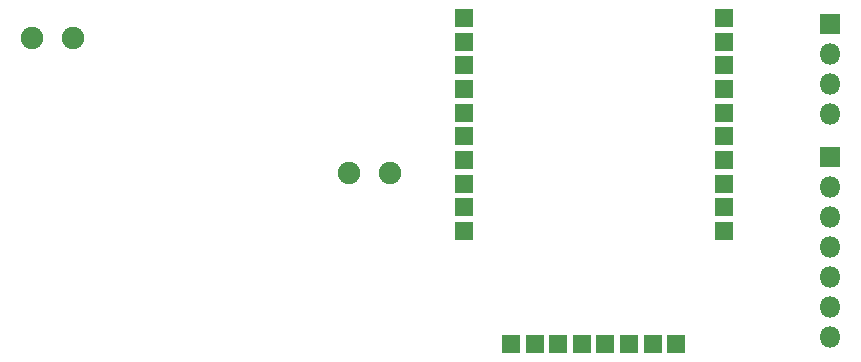
<source format=gbs>
G04 #@! TF.FileFunction,Soldermask,Bot*
%FSLAX46Y46*%
G04 Gerber Fmt 4.6, Leading zero omitted, Abs format (unit mm)*
G04 Created by KiCad (PCBNEW 4.0.7) date 10/09/19 11:40:26*
%MOMM*%
%LPD*%
G01*
G04 APERTURE LIST*
%ADD10C,0.100000*%
%ADD11C,1.901600*%
%ADD12R,1.801600X1.801600*%
%ADD13O,1.801600X1.801600*%
%ADD14R,1.625600X1.625600*%
G04 APERTURE END LIST*
D10*
D11*
X106545440Y-72867520D03*
X110045440Y-72867520D03*
D12*
X174117000Y-71628000D03*
D13*
X174117000Y-74168000D03*
X174117000Y-76708000D03*
X174117000Y-79248000D03*
D11*
X133390700Y-84239100D03*
X136890700Y-84239100D03*
D12*
X174122080Y-82925920D03*
D13*
X174122080Y-85465920D03*
X174122080Y-88005920D03*
X174122080Y-90545920D03*
X174122080Y-93085920D03*
X174122080Y-95625920D03*
X174122080Y-98165920D03*
D14*
X143118840Y-71161910D03*
X143118840Y-73160890D03*
X143118840Y-75159870D03*
X143118840Y-77158850D03*
X143118840Y-79157830D03*
X143118840Y-81156810D03*
X143118840Y-83155790D03*
X143118840Y-85154770D03*
X143118840Y-87153750D03*
X143118840Y-89152730D03*
X147120610Y-98720910D03*
X149119590Y-98720910D03*
X151118570Y-98720910D03*
X153117550Y-98720910D03*
X155116530Y-98720910D03*
X157115510Y-98720910D03*
X159114490Y-98720910D03*
X161113470Y-98720910D03*
X165115240Y-89152730D03*
X165115240Y-87153750D03*
X165115240Y-85154770D03*
X165115240Y-83155790D03*
X165115240Y-81156810D03*
X165115240Y-79157830D03*
X165115240Y-77158850D03*
X165115240Y-75159870D03*
X165115240Y-73160890D03*
X165115240Y-71161910D03*
M02*

</source>
